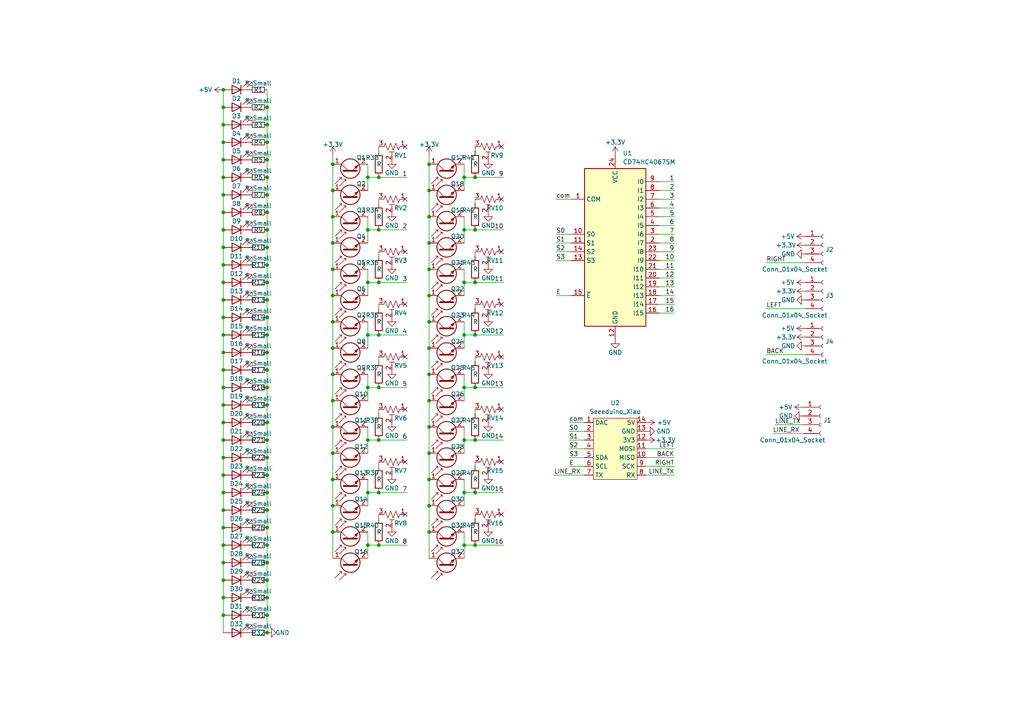
<source format=kicad_sch>
(kicad_sch (version 20230121) (generator eeschema)
  (paper "A4")
  (junction (at 137.795 51.435))
  (junction (at 77.47 112.395))
  (junction (at 77.47 153.035))
  (junction (at 77.47 147.955))
  (junction (at 64.77 46.355))
  (junction (at 77.47 117.475))
  (junction (at 64.77 142.875))
  (junction (at 137.795 127.635))
  (junction (at 106.68 51.435))
  (junction (at 124.46 93.345))
  (junction (at 134.62 51.435))
  (junction (at 64.77 36.195))
  (junction (at 106.68 142.875))
  (junction (at 96.52 146.685))
  (junction (at 124.46 70.485))
  (junction (at 134.62 81.915))
  (junction (at 124.46 123.825))
  (junction (at 77.47 36.195))
  (junction (at 96.52 131.445))
  (junction (at 77.47 31.115))
  (junction (at 124.46 146.685))
  (junction (at 134.62 97.155))
  (junction (at 64.77 86.995))
  (junction (at 96.52 139.065))
  (junction (at 96.52 85.725))
  (junction (at 77.47 46.355))
  (junction (at 64.77 168.275))
  (junction (at 64.77 122.555))
  (junction (at 77.47 71.755))
  (junction (at 64.77 153.035))
  (junction (at 77.47 183.515))
  (junction (at 134.62 158.115))
  (junction (at 96.52 154.305))
  (junction (at 77.47 173.355))
  (junction (at 77.47 102.235))
  (junction (at 77.47 97.155))
  (junction (at 106.68 81.915))
  (junction (at 134.62 127.635))
  (junction (at 124.46 139.065))
  (junction (at 124.46 78.105))
  (junction (at 64.77 41.275))
  (junction (at 124.46 62.865))
  (junction (at 77.47 137.795))
  (junction (at 106.68 66.675))
  (junction (at 77.47 86.995))
  (junction (at 77.47 92.075))
  (junction (at 134.62 66.675))
  (junction (at 77.47 168.275))
  (junction (at 64.77 178.435))
  (junction (at 64.77 81.915))
  (junction (at 77.47 107.315))
  (junction (at 64.77 61.595))
  (junction (at 124.46 108.585))
  (junction (at 137.795 158.115))
  (junction (at 109.855 112.395))
  (junction (at 96.52 116.205))
  (junction (at 96.52 78.105))
  (junction (at 77.47 81.915))
  (junction (at 77.47 163.195))
  (junction (at 124.46 100.965))
  (junction (at 106.68 127.635))
  (junction (at 137.795 97.155))
  (junction (at 106.68 97.155))
  (junction (at 64.77 147.955))
  (junction (at 96.52 70.485))
  (junction (at 77.47 127.635))
  (junction (at 109.855 158.115))
  (junction (at 77.47 66.675))
  (junction (at 77.47 132.715))
  (junction (at 134.62 142.875))
  (junction (at 124.46 47.625))
  (junction (at 96.52 47.625))
  (junction (at 134.62 112.395))
  (junction (at 64.77 76.835))
  (junction (at 64.77 31.115))
  (junction (at 77.47 142.875))
  (junction (at 124.46 154.305))
  (junction (at 137.795 66.675))
  (junction (at 96.52 108.585))
  (junction (at 77.47 178.435))
  (junction (at 64.77 137.795))
  (junction (at 64.77 107.315))
  (junction (at 106.68 158.115))
  (junction (at 96.52 100.965))
  (junction (at 137.795 142.875))
  (junction (at 124.46 55.245))
  (junction (at 64.77 71.755))
  (junction (at 124.46 116.205))
  (junction (at 64.77 132.715))
  (junction (at 124.46 85.725))
  (junction (at 124.46 131.445))
  (junction (at 109.855 66.675))
  (junction (at 64.77 51.435))
  (junction (at 96.52 62.865))
  (junction (at 77.47 158.115))
  (junction (at 106.68 112.395))
  (junction (at 64.77 92.075))
  (junction (at 64.77 97.155))
  (junction (at 77.47 76.835))
  (junction (at 77.47 122.555))
  (junction (at 64.77 127.635))
  (junction (at 109.855 142.875))
  (junction (at 137.795 81.915))
  (junction (at 137.795 112.395))
  (junction (at 96.52 55.245))
  (junction (at 77.47 51.435))
  (junction (at 64.77 102.235))
  (junction (at 64.77 173.355))
  (junction (at 64.77 163.195))
  (junction (at 64.77 117.475))
  (junction (at 109.855 97.155))
  (junction (at 64.77 56.515))
  (junction (at 77.47 41.275))
  (junction (at 77.47 61.595))
  (junction (at 77.47 56.515))
  (junction (at 64.77 66.675))
  (junction (at 64.77 112.395))
  (junction (at 64.77 26.035))
  (junction (at 109.855 127.635))
  (junction (at 64.77 158.115))
  (junction (at 96.52 93.345))
  (junction (at 96.52 123.825))
  (junction (at 109.855 81.915))
  (junction (at 109.855 51.435))
  (no_connect (at 145.415 103.505))
  (no_connect (at 117.475 118.745))
  (no_connect (at 145.415 133.985))
  (no_connect (at 117.475 133.985))
  (no_connect (at 145.415 57.785))
  (no_connect (at 145.415 118.745))
  (no_connect (at 145.415 149.225))
  (no_connect (at 117.475 149.225))
  (no_connect (at 145.415 42.545))
  (no_connect (at 145.415 88.265))
  (no_connect (at 117.475 88.265))
  (no_connect (at 117.475 73.025))
  (no_connect (at 117.475 103.505))
  (no_connect (at 117.475 42.545))
  (no_connect (at 145.415 73.025))
  (no_connect (at 117.475 57.785))
  (wire (pts (xy 124.46 123.825) (xy 124.46 131.445)))
  (wire (pts (xy 106.68 154.305) (xy 106.68 158.115)))
  (wire (pts (xy 195.58 137.795) (xy 187.325 137.795)))
  (wire (pts (xy 96.52 154.305) (xy 96.52 161.925)))
  (wire (pts (xy 64.77 178.435) (xy 64.77 183.515)))
  (wire (pts (xy 64.77 41.275) (xy 64.77 46.355)))
  (wire (pts (xy 109.855 112.395) (xy 118.11 112.395)))
  (wire (pts (xy 109.855 66.675) (xy 118.11 66.675)))
  (wire (pts (xy 161.29 67.945) (xy 165.735 67.945)))
  (wire (pts (xy 134.62 51.435) (xy 137.795 51.435)))
  (wire (pts (xy 137.795 88.265) (xy 137.795 89.535)))
  (wire (pts (xy 222.25 76.2) (xy 233.68 76.2)))
  (wire (pts (xy 96.52 139.065) (xy 96.52 146.685)))
  (wire (pts (xy 77.47 81.915) (xy 77.47 86.995)))
  (wire (pts (xy 124.46 154.305) (xy 124.46 161.925)))
  (wire (pts (xy 165.1 125.095) (xy 169.545 125.095)))
  (wire (pts (xy 106.68 139.065) (xy 106.68 142.875)))
  (wire (pts (xy 195.58 70.485) (xy 191.135 70.485)))
  (wire (pts (xy 124.46 85.725) (xy 124.46 93.345)))
  (wire (pts (xy 124.46 108.585) (xy 124.46 116.205)))
  (wire (pts (xy 77.47 127.635) (xy 77.47 132.715)))
  (wire (pts (xy 77.47 61.595) (xy 77.47 66.675)))
  (wire (pts (xy 109.855 88.265) (xy 109.855 89.535)))
  (wire (pts (xy 137.795 97.155) (xy 146.05 97.155)))
  (wire (pts (xy 96.52 62.865) (xy 96.52 70.485)))
  (wire (pts (xy 77.47 31.115) (xy 77.47 36.195)))
  (wire (pts (xy 137.795 127.635) (xy 146.05 127.635)))
  (wire (pts (xy 77.47 51.435) (xy 77.47 56.515)))
  (wire (pts (xy 64.77 147.955) (xy 64.77 153.035)))
  (wire (pts (xy 137.795 81.915) (xy 146.05 81.915)))
  (wire (pts (xy 106.68 47.625) (xy 106.68 51.435)))
  (wire (pts (xy 77.47 26.035) (xy 77.47 31.115)))
  (wire (pts (xy 77.47 122.555) (xy 77.47 127.635)))
  (wire (pts (xy 137.795 57.785) (xy 137.795 59.055)))
  (wire (pts (xy 106.68 158.115) (xy 109.855 158.115)))
  (wire (pts (xy 124.46 62.865) (xy 124.46 70.485)))
  (wire (pts (xy 106.68 51.435) (xy 109.855 51.435)))
  (wire (pts (xy 77.47 178.435) (xy 77.47 183.515)))
  (wire (pts (xy 106.68 51.435) (xy 106.68 55.245)))
  (wire (pts (xy 106.68 97.155) (xy 109.855 97.155)))
  (wire (pts (xy 96.52 131.445) (xy 96.52 139.065)))
  (wire (pts (xy 96.52 55.245) (xy 96.52 62.865)))
  (wire (pts (xy 160.655 137.795) (xy 169.545 137.795)))
  (wire (pts (xy 64.77 107.315) (xy 64.77 112.395)))
  (wire (pts (xy 64.77 102.235) (xy 64.77 107.315)))
  (wire (pts (xy 165.1 132.715) (xy 169.545 132.715)))
  (wire (pts (xy 109.855 149.225) (xy 109.855 150.495)))
  (wire (pts (xy 137.795 112.395) (xy 146.05 112.395)))
  (wire (pts (xy 134.62 108.585) (xy 134.62 112.395)))
  (wire (pts (xy 137.795 118.745) (xy 137.795 120.015)))
  (wire (pts (xy 106.68 62.865) (xy 106.68 66.675)))
  (wire (pts (xy 224.155 125.73) (xy 233.045 125.73)))
  (wire (pts (xy 96.52 47.625) (xy 96.52 55.245)))
  (wire (pts (xy 134.62 66.675) (xy 134.62 70.485)))
  (wire (pts (xy 109.855 57.785) (xy 109.855 59.055)))
  (wire (pts (xy 161.29 57.785) (xy 165.735 57.785)))
  (wire (pts (xy 137.795 66.675) (xy 146.05 66.675)))
  (wire (pts (xy 124.46 47.625) (xy 124.46 55.245)))
  (wire (pts (xy 106.68 112.395) (xy 106.68 116.205)))
  (wire (pts (xy 124.46 93.345) (xy 124.46 100.965)))
  (wire (pts (xy 77.47 66.675) (xy 77.47 71.755)))
  (wire (pts (xy 137.795 73.025) (xy 137.795 74.295)))
  (wire (pts (xy 134.62 127.635) (xy 137.795 127.635)))
  (wire (pts (xy 96.52 70.485) (xy 96.52 78.105)))
  (wire (pts (xy 106.68 93.345) (xy 106.68 97.155)))
  (wire (pts (xy 134.62 158.115) (xy 137.795 158.115)))
  (wire (pts (xy 96.52 146.685) (xy 96.52 154.305)))
  (wire (pts (xy 106.68 66.675) (xy 109.855 66.675)))
  (wire (pts (xy 134.62 112.395) (xy 137.795 112.395)))
  (wire (pts (xy 124.46 78.105) (xy 124.46 85.725)))
  (wire (pts (xy 77.47 107.315) (xy 77.47 112.395)))
  (wire (pts (xy 109.855 42.545) (xy 109.855 43.815)))
  (wire (pts (xy 109.855 158.115) (xy 118.11 158.115)))
  (wire (pts (xy 195.58 62.865) (xy 191.135 62.865)))
  (wire (pts (xy 64.77 158.115) (xy 64.77 163.195)))
  (wire (pts (xy 195.58 83.185) (xy 191.135 83.185)))
  (wire (pts (xy 134.62 123.825) (xy 134.62 127.635)))
  (wire (pts (xy 109.855 97.155) (xy 118.11 97.155)))
  (wire (pts (xy 64.77 71.755) (xy 64.77 76.835)))
  (wire (pts (xy 137.795 158.115) (xy 146.05 158.115)))
  (wire (pts (xy 195.58 67.945) (xy 191.135 67.945)))
  (wire (pts (xy 77.47 158.115) (xy 77.47 163.195)))
  (wire (pts (xy 161.29 75.565) (xy 165.735 75.565)))
  (wire (pts (xy 195.58 55.245) (xy 191.135 55.245)))
  (wire (pts (xy 195.58 60.325) (xy 191.135 60.325)))
  (wire (pts (xy 64.77 51.435) (xy 64.77 56.515)))
  (wire (pts (xy 106.68 123.825) (xy 106.68 127.635)))
  (wire (pts (xy 96.52 85.725) (xy 96.52 93.345)))
  (wire (pts (xy 77.47 112.395) (xy 77.47 117.475)))
  (wire (pts (xy 165.1 130.175) (xy 169.545 130.175)))
  (wire (pts (xy 137.795 42.545) (xy 137.795 43.815)))
  (wire (pts (xy 161.29 85.725) (xy 165.735 85.725)))
  (wire (pts (xy 134.62 93.345) (xy 134.62 97.155)))
  (wire (pts (xy 64.77 86.995) (xy 64.77 92.075)))
  (wire (pts (xy 134.62 51.435) (xy 134.62 55.245)))
  (wire (pts (xy 134.62 47.625) (xy 134.62 51.435)))
  (wire (pts (xy 134.62 97.155) (xy 137.795 97.155)))
  (wire (pts (xy 109.855 127.635) (xy 118.11 127.635)))
  (wire (pts (xy 109.855 51.435) (xy 118.11 51.435)))
  (wire (pts (xy 137.795 51.435) (xy 146.05 51.435)))
  (wire (pts (xy 96.52 100.965) (xy 96.52 108.585)))
  (wire (pts (xy 64.77 117.475) (xy 64.77 122.555)))
  (wire (pts (xy 106.68 81.915) (xy 109.855 81.915)))
  (wire (pts (xy 64.77 66.675) (xy 64.77 71.755)))
  (wire (pts (xy 134.62 66.675) (xy 137.795 66.675)))
  (wire (pts (xy 134.62 62.865) (xy 134.62 66.675)))
  (wire (pts (xy 77.47 102.235) (xy 77.47 107.315)))
  (wire (pts (xy 77.47 137.795) (xy 77.47 142.875)))
  (wire (pts (xy 77.47 97.155) (xy 77.47 102.235)))
  (wire (pts (xy 64.77 163.195) (xy 64.77 168.275)))
  (wire (pts (xy 64.77 168.275) (xy 64.77 173.355)))
  (wire (pts (xy 124.46 146.685) (xy 124.46 154.305)))
  (wire (pts (xy 134.62 154.305) (xy 134.62 158.115)))
  (wire (pts (xy 137.795 142.875) (xy 146.05 142.875)))
  (wire (pts (xy 109.855 103.505) (xy 109.855 104.775)))
  (wire (pts (xy 195.58 78.105) (xy 191.135 78.105)))
  (wire (pts (xy 77.47 147.955) (xy 77.47 153.035)))
  (wire (pts (xy 134.62 142.875) (xy 137.795 142.875)))
  (wire (pts (xy 134.62 81.915) (xy 134.62 85.725)))
  (wire (pts (xy 77.47 76.835) (xy 77.47 81.915)))
  (wire (pts (xy 64.77 153.035) (xy 64.77 158.115)))
  (wire (pts (xy 64.77 127.635) (xy 64.77 132.715)))
  (wire (pts (xy 77.47 36.195) (xy 77.47 41.275)))
  (wire (pts (xy 106.68 112.395) (xy 109.855 112.395)))
  (wire (pts (xy 77.47 86.995) (xy 77.47 92.075)))
  (wire (pts (xy 106.68 81.915) (xy 106.68 85.725)))
  (wire (pts (xy 106.68 78.105) (xy 106.68 81.915)))
  (wire (pts (xy 77.47 153.035) (xy 77.47 158.115)))
  (wire (pts (xy 137.795 103.505) (xy 137.795 104.775)))
  (wire (pts (xy 195.58 80.645) (xy 191.135 80.645)))
  (wire (pts (xy 64.77 36.195) (xy 64.77 41.275)))
  (wire (pts (xy 124.46 45.085) (xy 124.46 47.625)))
  (wire (pts (xy 77.47 92.075) (xy 77.47 97.155)))
  (wire (pts (xy 96.52 108.585) (xy 96.52 116.205)))
  (wire (pts (xy 106.68 66.675) (xy 106.68 70.485)))
  (wire (pts (xy 195.58 90.805) (xy 191.135 90.805)))
  (wire (pts (xy 134.62 142.875) (xy 134.62 146.685)))
  (wire (pts (xy 124.46 131.445) (xy 124.46 139.065)))
  (wire (pts (xy 124.46 55.245) (xy 124.46 62.865)))
  (wire (pts (xy 64.77 92.075) (xy 64.77 97.155)))
  (wire (pts (xy 134.62 112.395) (xy 134.62 116.205)))
  (wire (pts (xy 195.58 57.785) (xy 191.135 57.785)))
  (wire (pts (xy 77.47 56.515) (xy 77.47 61.595)))
  (wire (pts (xy 64.77 142.875) (xy 64.77 147.955)))
  (wire (pts (xy 64.77 56.515) (xy 64.77 61.595)))
  (wire (pts (xy 77.47 117.475) (xy 77.47 122.555)))
  (wire (pts (xy 165.1 135.255) (xy 169.545 135.255)))
  (wire (pts (xy 77.47 132.715) (xy 77.47 137.795)))
  (wire (pts (xy 195.58 65.405) (xy 191.135 65.405)))
  (wire (pts (xy 64.77 46.355) (xy 64.77 51.435)))
  (wire (pts (xy 124.46 116.205) (xy 124.46 123.825)))
  (wire (pts (xy 195.58 85.725) (xy 191.135 85.725)))
  (wire (pts (xy 96.52 93.345) (xy 96.52 100.965)))
  (wire (pts (xy 137.795 149.225) (xy 137.795 150.495)))
  (wire (pts (xy 165.1 122.555) (xy 169.545 122.555)))
  (wire (pts (xy 106.68 142.875) (xy 109.855 142.875)))
  (wire (pts (xy 124.46 139.065) (xy 124.46 146.685)))
  (wire (pts (xy 137.795 133.985) (xy 137.795 135.255)))
  (wire (pts (xy 134.62 78.105) (xy 134.62 81.915)))
  (wire (pts (xy 195.58 88.265) (xy 191.135 88.265)))
  (wire (pts (xy 96.52 123.825) (xy 96.52 131.445)))
  (wire (pts (xy 195.58 73.025) (xy 191.135 73.025)))
  (wire (pts (xy 124.46 70.485) (xy 124.46 78.105)))
  (wire (pts (xy 96.52 45.085) (xy 96.52 47.625)))
  (wire (pts (xy 77.47 41.275) (xy 77.47 46.355)))
  (wire (pts (xy 77.47 142.875) (xy 77.47 147.955)))
  (wire (pts (xy 64.77 97.155) (xy 64.77 102.235)))
  (wire (pts (xy 134.62 158.115) (xy 134.62 161.925)))
  (wire (pts (xy 109.855 142.875) (xy 118.11 142.875)))
  (wire (pts (xy 195.58 135.255) (xy 187.325 135.255)))
  (wire (pts (xy 77.47 168.275) (xy 77.47 173.355)))
  (wire (pts (xy 77.47 46.355) (xy 77.47 51.435)))
  (wire (pts (xy 64.77 137.795) (xy 64.77 142.875)))
  (wire (pts (xy 106.68 142.875) (xy 106.68 146.685)))
  (wire (pts (xy 106.68 97.155) (xy 106.68 100.965)))
  (wire (pts (xy 64.77 112.395) (xy 64.77 117.475)))
  (wire (pts (xy 222.25 102.87) (xy 233.68 102.87)))
  (wire (pts (xy 109.855 118.745) (xy 109.855 120.015)))
  (wire (pts (xy 109.855 73.025) (xy 109.855 74.295)))
  (wire (pts (xy 64.77 132.715) (xy 64.77 137.795)))
  (wire (pts (xy 96.52 78.105) (xy 96.52 85.725)))
  (wire (pts (xy 161.29 70.485) (xy 165.735 70.485)))
  (wire (pts (xy 134.62 81.915) (xy 137.795 81.915)))
  (wire (pts (xy 224.79 123.19) (xy 233.045 123.19)))
  (wire (pts (xy 161.29 73.025) (xy 165.735 73.025)))
  (wire (pts (xy 77.47 163.195) (xy 77.47 168.275)))
  (wire (pts (xy 64.77 61.595) (xy 64.77 66.675)))
  (wire (pts (xy 222.25 89.535) (xy 233.68 89.535)))
  (wire (pts (xy 109.855 133.985) (xy 109.855 135.255)))
  (wire (pts (xy 106.68 127.635) (xy 109.855 127.635)))
  (wire (pts (xy 195.58 52.705) (xy 191.135 52.705)))
  (wire (pts (xy 77.47 71.755) (xy 77.47 76.835)))
  (wire (pts (xy 77.47 173.355) (xy 77.47 178.435)))
  (wire (pts (xy 106.68 108.585) (xy 106.68 112.395)))
  (wire (pts (xy 134.62 139.065) (xy 134.62 142.875)))
  (wire (pts (xy 64.77 31.115) (xy 64.77 36.195)))
  (wire (pts (xy 124.46 100.965) (xy 124.46 108.585)))
  (wire (pts (xy 64.77 76.835) (xy 64.77 81.915)))
  (wire (pts (xy 195.58 130.175) (xy 187.325 130.175)))
  (wire (pts (xy 195.58 75.565) (xy 191.135 75.565)))
  (wire (pts (xy 134.62 127.635) (xy 134.62 131.445)))
  (wire (pts (xy 64.77 26.035) (xy 64.77 31.115)))
  (wire (pts (xy 64.77 122.555) (xy 64.77 127.635)))
  (wire (pts (xy 165.1 127.635) (xy 169.545 127.635)))
  (wire (pts (xy 106.68 158.115) (xy 106.68 161.925)))
  (wire (pts (xy 96.52 116.205) (xy 96.52 123.825)))
  (wire (pts (xy 64.77 173.355) (xy 64.77 178.435)))
  (wire (pts (xy 106.68 127.635) (xy 106.68 131.445)))
  (wire (pts (xy 64.77 81.915) (xy 64.77 86.995)))
  (wire (pts (xy 134.62 97.155) (xy 134.62 100.965)))
  (wire (pts (xy 195.58 132.715) (xy 187.325 132.715)))
  (wire (pts (xy 109.855 81.915) (xy 118.11 81.915)))
  (label "14" (at 195.58 85.725 180))
  (label "11" (at 146.05 81.915 180))
  (label "S3" (at 165.1 132.715 0))
  (label "16" (at 195.58 90.805 180))
  (label "6" (at 118.11 127.635 180))
  (label "S0" (at 161.29 67.945 0))
  (label "2" (at 195.58 55.245 180))
  (label "6" (at 195.58 65.405 180))
  (label "10" (at 195.58 75.565 180))
  (label "15" (at 146.05 142.875 180))
  (label "11" (at 195.58 78.105 180))
  (label "S1" (at 165.1 127.635 0))
  (label "S3" (at 161.29 75.565 0))
  (label "com" (at 161.29 57.785 0))
  (label "E" (at 165.1 135.255 0))
  (label "12" (at 146.05 97.155 180))
  (label "9" (at 146.05 51.435 180))
  (label "3" (at 195.58 57.785 180))
  (label "7" (at 195.58 67.945 180))
  (label "S2" (at 165.1 130.175 0))
  (label "1" (at 195.58 52.705 180))
  (label "com" (at 165.1 122.555 0))
  (label "4" (at 195.58 60.325 180))
  (label "8" (at 118.11 158.115 180))
  (label "LINE_TX" (at 224.79 123.19 0))
  (label "S0" (at 165.1 125.095 0))
  (label "16" (at 146.05 158.115 180))
  (label "5" (at 118.11 112.395 180))
  (label "4" (at 118.11 97.155 180))
  (label "8" (at 195.58 70.485 180))
  (label "9" (at 195.58 73.025 180))
  (label "5" (at 195.58 62.865 180))
  (label "S2" (at 161.29 73.025 0))
  (label "13" (at 146.05 112.395 180))
  (label "LINE_RX" (at 224.155 125.73 0))
  (label "BACK" (at 222.25 102.87 0))
  (label "RIGHT" (at 195.58 135.255 180))
  (label "7" (at 118.11 142.875 180))
  (label "E" (at 161.29 85.725 0))
  (label "13" (at 195.58 83.185 180))
  (label "1" (at 118.11 51.435 180))
  (label "LINE_RX" (at 160.655 137.795 0))
  (label "RIGHT" (at 222.25 76.2 0))
  (label "12" (at 195.58 80.645 180))
  (label "3" (at 118.11 81.915 180))
  (label "LEFT" (at 222.25 89.535 0))
  (label "14" (at 146.05 127.635 180))
  (label "S1" (at 161.29 70.485 0))
  (label "LEFT" (at 195.58 130.175 180))
  (label "BACK" (at 195.58 132.715 180))
  (label "10" (at 146.05 66.675 180))
  (label "LINE_TX" (at 195.58 137.795 180))
  (label "15" (at 195.58 88.265 180))
  (label "2" (at 118.11 66.675 180))
  (symbol (lib_id "Device:R_Small") (at 74.93 81.915 90) (unit 1)
    (property "Reference" "R12" (at 74.93 81.915 90))
    (property "Value" "R_Small" (at 74.93 80.01 90))
    (property "LCSC" "C103780" (effects hide))
  )
  (symbol (lib_id "Device:R") (at 137.795 78.105 0) (unit 1)
    (property "Reference" "R43" (at 133.985 76.2 0) (effects (justify left)))
    (property "Value" "R" (at 137.16 78.105 0) (effects (justify left)))
    (property "LCSC" "C912493" (effects hide))
  )
  (symbol (lib_id "Device:R") (at 109.855 62.865 0) (unit 1)
    (property "Reference" "R34" (at 106.045 60.96 0) (effects (justify left)))
    (property "Value" "R" (at 109.22 62.865 0) (effects (justify left)))
    (property "LCSC" "C912493" (effects hide))
  )
  (symbol (lib_id "Connector:Conn_01x04_Socket") (at 238.125 120.65 0) (unit 1)
    (property "Reference" "J1" (at 238.76 121.92 0) (effects (justify left)))
    (property "Value" "Conn_01x04_Socket" (at 220.345 127.635 0) (effects (justify left)))
  )
  (symbol (lib_id "Device:LED") (at 68.58 102.235 180) (unit 1)
    (property "Reference" "D16" (at 68.58 99.695 0))
    (property "Value" "LED" (effects hide))
  )
  (symbol (lib_id "Device:R_Small") (at 74.93 137.795 90) (unit 1)
    (property "Reference" "R23" (at 74.93 137.795 90))
    (property "Value" "R_Small" (at 74.93 135.89 90))
    (property "LCSC" "C103780" (effects hide))
  )
  (symbol (lib_id "Device:R_Potentiometer_Trim_US") (at 141.605 149.225 270) (unit 1)
    (property "Reference" "RV16" (at 146.05 151.765 90) (effects (justify right)))
    (property "Value" "R_Potentiometer_Trim_US" (effects hide))
    (property "LCSC" "C719176" (effects hide))
  )
  (symbol (lib_id "Device:R_Small") (at 74.93 168.275 90) (unit 1)
    (property "Reference" "R29" (at 74.93 168.275 90))
    (property "Value" "R_Small" (at 74.93 166.37 90))
    (property "LCSC" "C103780" (effects hide))
  )
  (symbol (lib_id "Device:R_Small") (at 74.93 102.235 90) (unit 1)
    (property "Reference" "R16" (at 74.93 102.235 90))
    (property "Value" "R_Small" (at 74.93 100.33 90))
    (property "LCSC" "C103780" (effects hide))
  )
  (symbol (lib_id "Device:R_Potentiometer_Trim_US") (at 113.665 42.545 270) (unit 1)
    (property "Reference" "RV1" (at 118.11 45.085 90) (effects (justify right)))
    (property "Value" "R_Potentiometer_Trim_US" (effects hide))
    (property "LCSC" "C719176" (effects hide))
  )
  (symbol (lib_id "Device:R") (at 109.855 93.345 0) (unit 1)
    (property "Reference" "R36" (at 106.045 91.44 0) (effects (justify left)))
    (property "Value" "R" (at 109.22 93.345 0) (effects (justify left)))
    (property "LCSC" "C912493" (effects hide))
  )
  (symbol (lib_id "power:GND") (at 141.605 61.595 0) (unit 1)
    (property "Reference" "#PWR014" (effects hide))
    (property "Value" "GND" (at 141.605 65.405 0))
  )
  (symbol (lib_id "Device:LED") (at 68.58 56.515 180) (unit 1)
    (property "Reference" "D7" (at 68.58 53.975 0))
    (property "Value" "LED" (effects hide))
  )
  (symbol (lib_id "Device:Q_Photo_NPN") (at 101.6 103.505 90) (unit 1)
    (property "Reference" "Q8" (at 104.775 99.06 90))
    (property "Value" "Q_Photo_NPN" (effects hide))
  )
  (symbol (lib_id "Device:R_Potentiometer_Trim_US") (at 141.605 57.785 270) (unit 1)
    (property "Reference" "RV10" (at 146.05 60.325 90) (effects (justify right)))
    (property "Value" "R_Potentiometer_Trim_US" (effects hide))
    (property "LCSC" "C719176" (effects hide))
  )
  (symbol (lib_id "Device:LED") (at 68.58 66.675 180) (unit 1)
    (property "Reference" "D9" (at 68.58 64.135 0))
    (property "Value" "LED" (effects hide))
  )
  (symbol (lib_id "Device:Q_Photo_NPN") (at 129.54 118.745 90) (unit 1)
    (property "Reference" "Q26" (at 132.715 114.3 90))
    (property "Value" "Q_Photo_NPN" (effects hide))
  )
  (symbol (lib_id "Device:R_Small") (at 74.93 178.435 90) (unit 1)
    (property "Reference" "R31" (at 74.93 178.435 90))
    (property "Value" "R_Small" (at 74.93 176.53 90))
    (property "LCSC" "C103780" (effects hide))
  )
  (symbol (lib_id "Device:LED") (at 68.58 163.195 180) (unit 1)
    (property "Reference" "D28" (at 68.58 160.655 0))
    (property "Value" "LED" (effects hide))
  )
  (symbol (lib_id "Device:R_Small") (at 74.93 142.875 90) (unit 1)
    (property "Reference" "R24" (at 74.93 142.875 90))
    (property "Value" "R_Small" (at 74.93 140.97 90))
    (property "LCSC" "C103780" (effects hide))
  )
  (symbol (lib_id "Device:LED") (at 68.58 46.355 180) (unit 1)
    (property "Reference" "D5" (at 68.58 43.815 0))
    (property "Value" "LED" (effects hide))
  )
  (symbol (lib_id "Device:Q_Photo_NPN") (at 101.6 95.885 90) (unit 1)
    (property "Reference" "Q7" (at 104.775 91.44 90))
    (property "Value" "Q_Photo_NPN" (effects hide))
  )
  (symbol (lib_id "Device:Q_Photo_NPN") (at 101.6 149.225 90) (unit 1)
    (property "Reference" "Q14" (at 104.775 144.78 90))
    (property "Value" "Q_Photo_NPN" (effects hide))
  )
  (symbol (lib_id "Device:LED") (at 68.58 92.075 180) (unit 1)
    (property "Reference" "D14" (at 68.58 89.535 0))
    (property "Value" "LED" (effects hide))
  )
  (symbol (lib_id "power:GND") (at 113.665 61.595 0) (unit 1)
    (property "Reference" "#PWR05" (effects hide))
    (property "Value" "GND" (at 113.665 65.405 0))
  )
  (symbol (lib_id "Device:Q_Photo_NPN") (at 129.54 126.365 90) (unit 1)
    (property "Reference" "Q27" (at 132.715 121.92 90))
    (property "Value" "Q_Photo_NPN" (effects hide))
  )
  (symbol (lib_id "Device:R_Potentiometer_Trim_US") (at 113.665 133.985 270) (unit 1)
    (property "Reference" "RV7" (at 118.11 136.525 90) (effects (justify right)))
    (property "Value" "R_Potentiometer_Trim_US" (effects hide))
    (property "LCSC" "C719176" (effects hide))
  )
  (symbol (lib_id "Device:R_Small") (at 74.93 66.675 90) (unit 1)
    (property "Reference" "R9" (at 74.93 66.675 90))
    (property "Value" "R_Small" (at 74.93 64.77 90))
    (property "LCSC" "C103780" (effects hide))
  )
  (symbol (lib_id "Device:R_Potentiometer_Trim_US") (at 113.665 88.265 270) (unit 1)
    (property "Reference" "RV4" (at 118.11 90.805 90) (effects (justify right)))
    (property "Value" "R_Potentiometer_Trim_US" (effects hide))
    (property "LCSC" "C719176" (effects hide))
  )
  (symbol (lib_id "Device:R") (at 137.795 62.865 0) (unit 1)
    (property "Reference" "R42" (at 133.985 60.96 0) (effects (justify left)))
    (property "Value" "R" (at 137.16 62.865 0) (effects (justify left)))
    (property "LCSC" "C912493" (effects hide))
  )
  (symbol (lib_id "Device:Q_Photo_NPN") (at 101.6 126.365 90) (unit 1)
    (property "Reference" "Q11" (at 104.775 121.92 90))
    (property "Value" "Q_Photo_NPN" (effects hide))
  )
  (symbol (lib_id "Device:LED") (at 68.58 122.555 180) (unit 1)
    (property "Reference" "D20" (at 68.58 120.015 0))
    (property "Value" "LED" (effects hide))
  )
  (symbol (lib_id "Device:Q_Photo_NPN") (at 101.6 88.265 90) (unit 1)
    (property "Reference" "Q6" (at 104.775 83.82 90))
    (property "Value" "Q_Photo_NPN" (effects hide))
  )
  (symbol (lib_id "Device:LED") (at 68.58 31.115 180) (unit 1)
    (property "Reference" "D2" (at 68.58 28.575 0))
    (property "Value" "LED" (effects hide))
  )
  (symbol (lib_id "Device:LED") (at 68.58 51.435 180) (unit 1)
    (property "Reference" "D6" (at 68.58 48.895 0))
    (property "Value" "LED" (effects hide))
  )
  (symbol (lib_id "Device:LED") (at 68.58 107.315 180) (unit 1)
    (property "Reference" "D17" (at 68.58 104.775 0))
    (property "Value" "LED" (effects hide))
  )
  (symbol (lib_id "Device:LED") (at 68.58 112.395 180) (unit 1)
    (property "Reference" "D18" (at 68.58 109.855 0))
    (property "Value" "LED" (effects hide))
  )
  (symbol (lib_id "Device:Q_Photo_NPN") (at 129.54 95.885 90) (unit 1)
    (property "Reference" "Q23" (at 132.715 91.44 90))
    (property "Value" "Q_Photo_NPN" (effects hide))
  )
  (symbol (lib_id "power:GND") (at 187.325 125.095 90) (unit 1)
    (property "Reference" "#PWR024" (effects hide))
    (property "Value" "GND" (at 192.405 125.095 90))
  )
  (symbol (lib_id "power:+5V") (at 187.325 122.555 270) (unit 1)
    (property "Reference" "#PWR023" (effects hide))
    (property "Value" "+5V" (at 190.5 122.555 90) (effects (justify left)))
  )
  (symbol (lib_id "Device:LED") (at 68.58 97.155 180) (unit 1)
    (property "Reference" "D15" (at 68.58 94.615 0))
    (property "Value" "LED" (effects hide))
  )
  (symbol (lib_id "power:GND") (at 233.68 73.66 270) (unit 1)
    (property "Reference" "#PWR030" (effects hide))
    (property "Value" "GND" (at 228.6 73.66 90))
  )
  (symbol (lib_id "Device:R_Small") (at 74.93 31.115 90) (unit 1)
    (property "Reference" "R2" (at 74.93 31.115 90))
    (property "Value" "R_Small" (at 74.93 29.21 90))
    (property "LCSC" "C103780" (effects hide))
  )
  (symbol (lib_id "Device:Q_Photo_NPN") (at 129.54 80.645 90) (unit 1)
    (property "Reference" "Q21" (at 132.715 76.2 90))
    (property "Value" "Q_Photo_NPN" (effects hide))
  )
  (symbol (lib_id "power:GND") (at 141.605 122.555 0) (unit 1)
    (property "Reference" "#PWR018" (effects hide))
    (property "Value" "GND" (at 141.605 126.365 0))
  )
  (symbol (lib_id "74xx:CD74HC4067SM") (at 178.435 70.485 0) (unit 1)
    (property "Reference" "U1" (at 180.6291 44.45 0) (effects (justify left)))
    (property "Value" "CD74HC4067SM" (at 180.6291 46.99 0) (effects (justify left)))
    (property "Footprint" "Package_SO:SSOP-24_5.3x8.2mm_P0.65mm" (effects hide))
    (property "Datasheet" "http://www.ti.com/lit/ds/symlink/cd74hc4067.pdf" (effects hide))
  )
  (symbol (lib_id "power:GND") (at 141.605 107.315 0) (unit 1)
    (property "Reference" "#PWR017" (effects hide))
    (property "Value" "GND" (at 141.605 111.125 0))
  )
  (symbol (lib_id "Device:LED") (at 68.58 158.115 180) (unit 1)
    (property "Reference" "D27" (at 68.58 155.575 0))
    (property "Value" "LED" (effects hide))
  )
  (symbol (lib_id "Device:LED") (at 68.58 153.035 180) (unit 1)
    (property "Reference" "D26" (at 68.58 150.495 0))
    (property "Value" "LED" (effects hide))
  )
  (symbol (lib_id "Device:LED") (at 68.58 168.275 180) (unit 1)
    (property "Reference" "D29" (at 68.58 165.735 0))
    (property "Value" "LED" (effects hide))
  )
  (symbol (lib_id "Device:R_Small") (at 74.93 51.435 90) (unit 1)
    (property "Reference" "R6" (at 74.93 51.435 90))
    (property "Value" "R_Small" (at 74.93 49.53 90))
    (property "LCSC" "C103780" (effects hide))
  )
  (symbol (lib_id "Device:R_Small") (at 74.93 173.355 90) (unit 1)
    (property "Reference" "R30" (at 74.93 173.355 90))
    (property "Value" "R_Small" (at 74.93 171.45 90))
    (property "LCSC" "C103780" (effects hide))
  )
  (symbol (lib_id "Device:LED") (at 68.58 147.955 180) (unit 1)
    (property "Reference" "D25" (at 68.58 145.415 0))
    (property "Value" "LED" (effects hide))
  )
  (symbol (lib_id "Device:LED") (at 68.58 71.755 180) (unit 1)
    (property "Reference" "D10" (at 68.58 69.215 0))
    (property "Value" "LED" (effects hide))
  )
  (symbol (lib_id "Device:R_Potentiometer_Trim_US") (at 113.665 118.745 270) (unit 1)
    (property "Reference" "RV6" (at 118.11 121.285 90) (effects (justify right)))
    (property "Value" "R_Potentiometer_Trim_US" (effects hide))
    (property "LCSC" "C719176" (effects hide))
  )
  (symbol (lib_id "Device:R_Small") (at 74.93 122.555 90) (unit 1)
    (property "Reference" "R20" (at 74.93 122.555 90))
    (property "Value" "R_Small" (at 74.93 120.65 90))
    (property "LCSC" "C103780" (effects hide))
  )
  (symbol (lib_id "Device:R_Potentiometer_Trim_US") (at 141.605 42.545 270) (unit 1)
    (property "Reference" "RV9" (at 146.05 45.085 90) (effects (justify right)))
    (property "Value" "R_Potentiometer_Trim_US" (effects hide))
    (property "LCSC" "C719176" (effects hide))
  )
  (symbol (lib_id "Device:R_Small") (at 74.93 92.075 90) (unit 1)
    (property "Reference" "R14" (at 74.93 92.075 90))
    (property "Value" "R_Small" (at 74.93 90.17 90))
    (property "LCSC" "C103780" (effects hide))
  )
  (symbol (lib_id "Device:R_Small") (at 74.93 71.755 90) (unit 1)
    (property "Reference" "R10" (at 74.93 71.755 90))
    (property "Value" "R_Small" (at 74.93 69.85 90))
    (property "LCSC" "C103780" (effects hide))
  )
  (symbol (lib_id "Device:R_Potentiometer_Trim_US") (at 141.605 73.025 270) (unit 1)
    (property "Reference" "RV11" (at 146.05 75.565 90) (effects (justify right)))
    (property "Value" "R_Potentiometer_Trim_US" (effects hide))
    (property "LCSC" "C719176" (effects hide))
  )
  (symbol (lib_id "Device:R_Small") (at 74.93 26.035 90) (unit 1)
    (property "Reference" "R1" (at 74.93 26.035 90))
    (property "Value" "R_Small" (at 74.93 24.13 90))
    (property "LCSC" "C103780" (effects hide))
  )
  (symbol (lib_id "power:GND") (at 113.665 122.555 0) (unit 1)
    (property "Reference" "#PWR09" (effects hide))
    (property "Value" "GND" (at 113.665 126.365 0))
  )
  (symbol (lib_id "Device:LED") (at 68.58 26.035 180) (unit 1)
    (property "Reference" "D1" (at 68.58 23.495 0))
    (property "Value" "LED" (effects hide))
  )
  (symbol (lib_id "Connector:Conn_01x04_Socket") (at 238.76 84.455 0) (unit 1)
    (property "Reference" "J3" (at 239.395 85.725 0) (effects (justify left)))
    (property "Value" "Conn_01x04_Socket" (at 220.98 91.44 0) (effects (justify left)))
  )
  (symbol (lib_id "power:GND") (at 113.665 46.355 0) (unit 1)
    (property "Reference" "#PWR04" (effects hide))
    (property "Value" "GND" (at 113.665 50.165 0))
  )
  (symbol (lib_id "Device:R_Small") (at 74.93 158.115 90) (unit 1)
    (property "Reference" "R27" (at 74.93 158.115 90))
    (property "Value" "R_Small" (at 74.93 156.21 90))
    (property "LCSC" "C103780" (effects hide))
  )
  (symbol (lib_id "Device:LED") (at 68.58 41.275 180) (unit 1)
    (property "Reference" "D4" (at 68.58 38.735 0))
    (property "Value" "LED" (effects hide))
  )
  (symbol (lib_id "Device:Q_Photo_NPN") (at 129.54 50.165 90) (unit 1)
    (property "Reference" "Q17" (at 132.715 45.72 90))
    (property "Value" "Q_Photo_NPN" (effects hide))
  )
  (symbol (lib_id "Device:R_Potentiometer_Trim_US") (at 141.605 103.505 270) (unit 1)
    (property "Reference" "RV13" (at 146.05 106.045 90) (effects (justify right)))
    (property "Value" "R_Potentiometer_Trim_US" (effects hide))
    (property "LCSC" "C719176" (effects hide))
  )
  (symbol (lib_id "Device:Q_Photo_NPN") (at 129.54 57.785 90) (unit 1)
    (property "Reference" "Q18" (at 132.715 53.34 90))
    (property "Value" "Q_Photo_NPN" (effects hide))
  )
  (symbol (lib_id "Device:Q_Photo_NPN") (at 129.54 88.265 90) (unit 1)
    (property "Reference" "Q22" (at 132.715 83.82 90))
    (property "Value" "Q_Photo_NPN" (effects hide))
  )
  (symbol (lib_id "Device:R") (at 109.855 123.825 0) (unit 1)
    (property "Reference" "R38" (at 106.045 121.92 0) (effects (justify left)))
    (property "Value" "R" (at 109.22 123.825 0) (effects (justify left)))
    (property "LCSC" "C912493" (effects hide))
  )
  (symbol (lib_id "power:GND") (at 178.435 98.425 0) (unit 1)
    (property "Reference" "#PWR022" (effects hide))
    (property "Value" "GND" (at 178.435 102.235 0))
  )
  (symbol (lib_id "power:GND") (at 113.665 153.035 0) (unit 1)
    (property "Reference" "#PWR011" (effects hide))
    (property "Value" "GND" (at 113.665 156.845 0))
  )
  (symbol (lib_id "Device:R_Small") (at 74.93 41.275 90) (unit 1)
    (property "Reference" "R4" (at 74.93 41.275 90))
    (property "Value" "R_Small" (at 74.93 39.37 90))
    (property "LCSC" "C103780" (effects hide))
  )
  (symbol (lib_id "Device:LED") (at 68.58 173.355 180) (unit 1)
    (property "Reference" "D30" (at 68.58 170.815 0))
    (property "Value" "LED" (effects hide))
  )
  (symbol (lib_id "Device:R_Small") (at 74.93 36.195 90) (unit 1)
    (property "Reference" "R3" (at 74.93 36.195 90))
    (property "Value" "R_Small" (at 74.93 34.29 90))
    (property "LCSC" "C103780" (effects hide))
  )
  (symbol (lib_id "Device:Q_Photo_NPN") (at 129.54 73.025 90) (unit 1)
    (property "Reference" "Q20" (at 132.715 68.58 90))
    (property "Value" "Q_Photo_NPN" (effects hide))
  )
  (symbol (lib_id "power:GND") (at 77.47 183.515 90) (unit 1)
    (property "Reference" "#PWR02" (effects hide))
    (property "Value" "GND" (at 81.915 183.515 90))
  )
  (symbol (lib_id "Device:R_Potentiometer_Trim_US") (at 141.605 88.265 270) (unit 1)
    (property "Reference" "RV12" (at 146.05 90.805 90) (effects (justify right)))
    (property "Value" "R_Potentiometer_Trim_US" (effects hide))
    (property "LCSC" "C719176" (effects hide))
  )
  (symbol (lib_id "Device:R") (at 137.795 139.065 0) (unit 1)
    (property "Reference" "R47" (at 133.985 137.16 0) (effects (justify left)))
    (property "Value" "R" (at 137.16 139.065 0) (effects (justify left)))
    (property "LCSC" "C912493" (effects hide))
  )
  (symbol (lib_id "Device:Q_Photo_NPN") (at 101.6 57.785 90) (unit 1)
    (property "Reference" "Q2" (at 104.775 53.34 90))
    (property "Value" "Q_Photo_NPN" (effects hide))
  )
  (symbol (lib_id "Connector:Conn_01x04_Socket") (at 238.76 71.12 0) (unit 1)
    (property "Reference" "J2" (at 239.395 72.39 0) (effects (justify left)))
    (property "Value" "Conn_01x04_Socket" (at 220.98 78.105 0) (effects (justify left)))
  )
  (symbol (lib_id "Device:LED") (at 68.58 86.995 180) (unit 1)
    (property "Reference" "D13" (at 68.58 84.455 0))
    (property "Value" "LED" (effects hide))
  )
  (symbol (lib_id "Device:R") (at 137.795 93.345 0) (unit 1)
    (property "Reference" "R44" (at 133.985 91.44 0) (effects (justify left)))
    (property "Value" "R" (at 137.16 93.345 0) (effects (justify left)))
    (property "LCSC" "C912493" (effects hide))
  )
  (symbol (lib_id "Device:R") (at 137.795 123.825 0) (unit 1)
    (property "Reference" "R46" (at 133.985 121.92 0) (effects (justify left)))
    (property "Value" "R" (at 137.16 123.825 0) (effects (justify left)))
    (property "LCSC" "C912493" (effects hide))
  )
  (symbol (lib_id "Device:Q_Photo_NPN") (at 129.54 164.465 90) (unit 1)
    (property "Reference" "Q32" (at 132.715 160.02 90))
    (property "Value" "Q_Photo_NPN" (effects hide))
  )
  (symbol (lib_id "Device:Q_Photo_NPN") (at 101.6 133.985 90) (unit 1)
    (property "Reference" "Q12" (at 104.775 129.54 90))
    (property "Value" "Q_Photo_NPN" (effects hide))
  )
  (symbol (lib_id "Device:LED") (at 68.58 61.595 180) (unit 1)
    (property "Reference" "D8" (at 68.58 59.055 0))
    (property "Value" "LED" (effects hide))
  )
  (symbol (lib_id "Device:Q_Photo_NPN") (at 129.54 156.845 90) (unit 1)
    (property "Reference" "Q31" (at 132.715 152.4 90))
    (property "Value" "Q_Photo_NPN" (effects hide))
  )
  (symbol (lib_id "Device:LED") (at 68.58 117.475 180) (unit 1)
    (property "Reference" "D19" (at 68.58 114.935 0))
    (property "Value" "LED" (effects hide))
  )
  (symbol (lib_id "Device:R") (at 109.855 47.625 0) (unit 1)
    (property "Reference" "R33" (at 106.045 45.72 0) (effects (justify left)))
    (property "Value" "R" (at 109.22 47.625 0) (effects (justify left)))
    (property "LCSC" "C912493" (effects hide))
  )
  (symbol (lib_id "Device:R") (at 109.855 154.305 0) (unit 1)
    (property "Reference" "R40" (at 106.045 152.4 0) (effects (justify left)))
    (property "Value" "R" (at 109.22 154.305 0) (effects (justify left)))
    (property "LCSC" "C912493" (effects hide))
  )
  (symbol (lib_id "Device:R_Small") (at 74.93 112.395 90) (unit 1)
    (property "Reference" "R18" (at 74.93 112.395 90))
    (property "Value" "R_Small" (at 74.93 110.49 90))
    (property "LCSC" "C103780" (effects hide))
  )
  (symbol (lib_id "Device:Q_Photo_NPN") (at 101.6 80.645 90) (unit 1)
    (property "Reference" "Q5" (at 104.775 76.2 90))
    (property "Value" "Q_Photo_NPN" (effects hide))
  )
  (symbol (lib_id "power:GND") (at 141.605 92.075 0) (unit 1)
    (property "Reference" "#PWR016" (effects hide))
    (property "Value" "GND" (at 141.605 95.885 0))
  )
  (symbol (lib_id "Device:R") (at 137.795 154.305 0) (unit 1)
    (property "Reference" "R48" (at 133.985 152.4 0) (effects (justify left)))
    (property "Value" "R" (at 137.16 154.305 0) (effects (justify left)))
    (property "LCSC" "C912493" (effects hide))
  )
  (symbol (lib_id "Device:R_Small") (at 74.93 117.475 90) (unit 1)
    (property "Reference" "R19" (at 74.93 117.475 90))
    (property "Value" "R_Small" (at 74.93 115.57 90))
    (property "LCSC" "C103780" (effects hide))
  )
  (symbol (lib_id "Device:LED") (at 68.58 127.635 180) (unit 1)
    (property "Reference" "D21" (at 68.58 125.095 0))
    (property "Value" "LED" (effects hide))
  )
  (symbol (lib_id "Device:R_Potentiometer_Trim_US") (at 141.605 133.985 270) (unit 1)
    (property "Reference" "RV15" (at 146.05 136.525 90) (effects (justify right)))
    (property "Value" "R_Potentiometer_Trim_US" (effects hide))
    (property "LCSC" "C719176" (effects hide))
  )
  (symbol (lib_id "Device:LED") (at 68.58 132.715 180) (unit 1)
    (property "Reference" "D22" (at 68.58 130.175 0))
    (property "Value" "LED" (effects hide))
  )
  (symbol (lib_id "power:+3.3V") (at 187.325 127.635 270) (unit 1)
    (property "Reference" "#PWR025" (effects hide))
    (property "Value" "+3.3V" (at 193.04 127.635 90))
  )
  (symbol (lib_id "Device:R_Potentiometer_Trim_US") (at 113.665 73.025 270) (unit 1)
    (property "Reference" "RV3" (at 118.11 75.565 90) (effects (justify right)))
    (property "Value" "R_Potentiometer_Trim_US" (effects hide))
    (property "LCSC" "C719176" (effects hide))
  )
  (symbol (lib_id "seeeduino_xiao:Seeeduino_Xiao") (at 178.435 128.905 0) (unit 1)
    (property "Reference" "U2" (at 178.435 116.84 0))
    (property "Value" "Seeeduino_Xiao" (at 178.435 119.38 0))
  )
  (symbol (lib_id "Device:LED") (at 68.58 36.195 180) (unit 1)
    (property "Reference" "D3" (at 68.58 33.655 0))
    (property "Value" "LED" (effects hide))
  )
  (symbol (lib_id "Device:LED") (at 68.58 183.515 180) (unit 1)
    (property "Reference" "D32" (at 68.58 180.975 0))
    (property "Value" "LED" (effects hide))
  )
  (symbol (lib_id "Device:Q_Photo_NPN") (at 101.6 164.465 90) (unit 1)
    (property "Reference" "Q16" (at 104.775 160.02 90))
    (property "Value" "Q_Photo_NPN" (effects hide))
  )
  (symbol (lib_id "Device:Q_Photo_NPN") (at 129.54 65.405 90) (unit 1)
    (property "Reference" "Q19" (at 132.715 60.96 90))
    (property "Value" "Q_Photo_NPN" (effects hide))
  )
  (symbol (lib_id "Device:Q_Photo_NPN") (at 129.54 149.225 90) (unit 1)
    (property "Reference" "Q30" (at 132.715 144.78 90))
    (property "Value" "Q_Photo_NPN" (effects hide))
  )
  (symbol (lib_id "power:GND") (at 141.605 46.355 0) (unit 1)
    (property "Reference" "#PWR013" (effects hide))
    (property "Value" "GND" (at 141.605 50.165 0))
  )
  (symbol (lib_id "Device:R_Small") (at 74.93 163.195 90) (unit 1)
    (property "Reference" "R28" (at 74.93 163.195 90))
    (property "Value" "R_Small" (at 74.93 161.29 90))
    (property "LCSC" "C103780" (effects hide))
  )
  (symbol (lib_id "power:+5V") (at 233.68 68.58 90) (unit 1)
    (property "Reference" "#PWR028" (effects hide))
    (property "Value" "+5V" (at 230.505 68.58 90) (effects (justify left)))
  )
  (symbol (lib_id "Device:R_Small") (at 74.93 46.355 90) (unit 1)
    (property "Reference" "R5" (at 74.93 46.355 90))
    (property "Value" "R_Small" (at 74.93 44.45 90))
    (property "LCSC" "C103780" (effects hide))
  )
  (symbol (lib_id "power:GND") (at 233.68 100.33 270) (unit 1)
    (property "Reference" "#PWR036" (effects hide))
    (property "Value" "GND" (at 228.6 100.33 90))
  )
  (symbol (lib_id "Device:LED") (at 68.58 142.875 180) (unit 1)
    (property "Reference" "D24" (at 68.58 140.335 0))
    (property "Value" "LED" (effects hide))
  )
  (symbol (lib_id "Device:Q_Photo_NPN") (at 129.54 141.605 90) (unit 1)
    (property "Reference" "Q29" (at 132.715 137.16 90))
    (property "Value" "Q_Photo_NPN" (effects hide))
  )
  (symbol (lib_id "Device:LED") (at 68.58 178.435 180) (unit 1)
    (property "Reference" "D31" (at 68.58 175.895 0))
    (property "Value" "LED" (effects hide))
  )
  (symbol (lib_id "Device:Q_Photo_NPN") (at 129.54 103.505 90) (unit 1)
    (property "Reference" "Q24" (at 132.715 99.06 90))
    (property "Value" "Q_Photo_NPN" (effects hide))
  )
  (symbol (lib_id "Device:Q_Photo_NPN") (at 101.6 73.025 90) (unit 1)
    (property "Reference" "Q4" (at 104.775 68.58 90))
    (property "Value" "Q_Photo_NPN" (effects hide))
  )
  (symbol (lib_id "Device:R") (at 137.795 108.585 0) (unit 1)
    (property "Reference" "R45" (at 133.985 106.68 0) (effects (justify left)))
    (property "Value" "R" (at 137.16 108.585 0) (effects (justify left)))
    (property "LCSC" "C912493" (effects hide))
  )
  (symbol (lib_id "power:+5V") (at 233.045 118.11 90) (unit 1)
    (property "Reference" "#PWR026" (effects hide))
    (property "Value" "+5V" (at 229.87 118.11 90) (effects (justify left)))
  )
  (symbol (lib_id "Device:R_Small") (at 74.93 76.835 90) (unit 1)
    (property "Reference" "R11" (at 74.93 76.835 90))
    (property "Value" "R_Small" (at 74.93 74.93 90))
    (property "LCSC" "C103780" (effects hide))
  )
  (symbol (lib_id "power:GND") (at 233.68 86.995 270) (unit 1)
    (property "Reference" "#PWR033" (effects hide))
    (property "Value" "GND" (at 228.6 86.995 90))
  )
  (symbol (lib_id "Device:R_Small") (at 74.93 127.635 90) (unit 1)
    (property "Reference" "R21" (at 74.93 127.635 90))
    (property "Value" "R_Small" (at 74.93 125.73 90))
    (property "LCSC" "C103780" (effects hide))
  )
  (symbol (lib_id "Device:Q_Photo_NPN") (at 101.6 50.165 90) (unit 1)
    (property "Reference" "Q1" (at 104.775 45.72 90))
    (property "Value" "Q_Photo_NPN" (effects hide))
  )
  (symbol (lib_id "Connector:Conn_01x04_Socket") (at 238.76 97.79 0) (unit 1)
    (property "Reference" "J4" (at 239.395 99.06 0) (effects (justify left)))
    (property "Value" "Conn_01x04_Socket" (at 220.98 104.775 0) (effects (justify left)))
  )
  (symbol (lib_id "power:+3.3V") (at 96.52 45.085 0) (unit 1)
    (property "Reference" "#PWR03" (effects hide))
    (property "Value" "+3.3V" (at 96.52 41.91 0))
  )
  (symbol (lib_id "power:+3.3V") (at 233.68 97.79 90) (unit 1)
    (property "Reference" "#PWR035" (effects hide))
    (property "Value" "+3.3V" (at 227.965 97.79 90))
  )
  (symbol (lib_id "Device:R_Small") (at 74.93 97.155 90) (unit 1)
    (property "Reference" "R15" (at 74.93 97.155 90))
    (property "Value" "R_Small" (at 74.93 95.25 90))
    (property "LCSC" "C103780" (effects hide))
  )
  (symbol (lib_id "Device:R") (at 109.855 108.585 0) (unit 1)
    (property "Reference" "R37" (at 106.045 106.68 0) (effects (justify left)))
    (property "Value" "R" (at 109.22 108.585 0) (effects (justify left)))
    (property "LCSC" "C912493" (effects hide))
  )
  (symbol (lib_id "Device:Q_Photo_NPN") (at 129.54 133.985 90) (unit 1)
    (property "Reference" "Q28" (at 132.715 129.54 90))
    (property "Value" "Q_Photo_NPN" (effects hide))
  )
  (symbol (lib_id "Device:LED") (at 68.58 81.915 180) (unit 1)
    (property "Reference" "D12" (at 68.58 79.375 0))
    (property "Value" "LED" (effects hide))
  )
  (symbol (lib_id "Device:Q_Photo_NPN") (at 129.54 111.125 90) (unit 1)
    (property "Reference" "Q25" (at 132.715 106.68 90))
    (property "Value" "Q_Photo_NPN" (effects hide))
  )
  (symbol (lib_id "Device:LED") (at 68.58 137.795 180) (unit 1)
    (property "Reference" "D23" (at 68.58 135.255 0))
    (property "Value" "LED" (effects hide))
  )
  (symbol (lib_id "power:+3.3V") (at 233.68 84.455 90) (unit 1)
    (property "Reference" "#PWR032" (effects hide))
    (property "Value" "+3.3V" (at 227.965 84.455 90))
  )
  (symbol (lib_id "power:GND") (at 113.665 107.315 0) (unit 1)
    (property "Reference" "#PWR08" (effects hide))
    (property "Value" "GND" (at 113.665 111.125 0))
  )
  (symbol (lib_id "Device:Q_Photo_NPN") (at 101.6 111.125 90) (unit 1)
    (property "Reference" "Q9" (at 104.775 106.68 90))
    (property "Value" "Q_Photo_NPN" (effects hide))
  )
  (symbol (lib_id "Device:R_Small") (at 74.93 183.515 90) (unit 1)
    (property "Reference" "R32" (at 74.93 183.515 90))
    (property "Value" "R_Small" (at 74.93 181.61 90))
    (property "LCSC" "C103780" (effects hide))
  )
  (symbol (lib_id "Device:R") (at 109.855 139.065 0) (unit 1)
    (property "Reference" "R39" (at 106.045 137.16 0) (effects (justify left)))
    (property "Value" "R" (at 109.22 139.065 0) (effects (justify left)))
    (property "LCSC" "C912493" (effects hide))
  )
  (symbol (lib_id "power:GND") (at 141.605 76.835 0) (unit 1)
    (property "Reference" "#PWR015" (effects hide))
    (property "Value" "GND" (at 141.605 80.645 0))
  )
  (symbol (lib_id "power:+5V") (at 233.68 81.915 90) (unit 1)
    (property "Reference" "#PWR031" (effects hide))
    (property "Value" "+5V" (at 230.505 81.915 90) (effects (justify left)))
  )
  (symbol (lib_id "Device:R_Potentiometer_Trim_US") (at 141.605 118.745 270) (unit 1)
    (property "Reference" "RV14" (at 146.05 121.285 90) (effects (justify right)))
    (property "Value" "R_Potentiometer_Trim_US" (effects hide))
    (property "LCSC" "C719176" (effects hide))
  )
  (symbol (lib_id "Device:R_Small") (at 74.93 56.515 90) (unit 1)
    (property "Reference" "R7" (at 74.93 56.515 90))
    (property "Value" "R_Small" (at 74.93 54.61 90))
    (property "LCSC" "C103780" (effects hide))
  )
  (symbol (lib_id "Device:LED") (at 68.58 76.835 180) (unit 1)
    (property "Reference" "D11" (at 68.58 74.295 0))
    (property "Value" "LED" (effects hide))
  )
  (symbol (lib_id "Device:R_Potentiometer_Trim_US") (at 113.665 57.785 270) (unit 1)
    (property "Reference" "RV2" (at 118.11 60.325 90) (effects (justify right)))
    (property "Value" "R_Potentiometer_Trim_US" (effects hide))
    (property "LCSC" "C719176" (effects hide))
  )
  (symbol (lib_id "Device:R_Potentiometer_Trim_US") (at 113.665 149.225 270) (unit 1)
    (property "Reference" "RV8" (at 118.11 151.765 90) (effects (justify right)))
    (property "Value" "R_Potentiometer_Trim_US" (effects hide))
    (property "LCSC" "C719176" (effects hide))
  )
  (symbol (lib_id "power:+3.3V") (at 178.435 45.085 0) (unit 1)
    (property "Reference" "#PWR021" (effects hide))
    (property "Value" "+3.3V" (at 178.435 41.275 0))
  )
  (symbol (lib_id "power:GND") (at 233.045 120.65 270) (unit 1)
    (property "Reference" "#PWR027" (effects hide))
    (property "Value" "GND" (at 227.965 120.65 90))
  )
  (symbol (lib_id "Device:R_Small") (at 74.93 61.595 90) (unit 1)
    (property "Reference" "R8" (at 74.93 61.595 90))
    (property "Value" "R_Small" (at 74.93 59.69 90))
    (property "LCSC" "C103780" (effects hide))
  )
  (symbol (lib_id "Device:R") (at 137.795 47.625 0) (unit 1)
    (property "Reference" "R41" (at 133.985 45.72 0) (effects (justify left)))
    (property "Value" "R" (at 137.16 47.625 0) (effects (justify left)))
    (property "LCSC" "C912493" (effects hide))
  )
  (symbol (lib_id "Device:R_Small") (at 74.93 86.995 90) (unit 1)
    (property "Reference" "R13" (at 74.93 86.995 90))
    (property "Value" "R_Small" (at 74.93 85.09 90))
    (property "LCSC" "C103780" (effects hide))
  )
  (symbol (lib_id "Device:Q_Photo_NPN") (at 101.6 118.745 90) (unit 1)
    (property "Reference" "Q10" (at 104.775 114.3 90))
    (property "Value" "Q_Photo_NPN" (effects hide))
  )
  (symbol (lib_id "power:GND") (at 113.665 76.835 0) (unit 1)
    (property "Reference" "#PWR06" (effects hide))
    (property "Value" "GND" (at 113.665 80.645 0))
  )
  (symbol (lib_id "Device:R_Potentiometer_Trim_US") (at 113.665 103.505 270) (unit 1)
    (property "Reference" "RV5" (at 118.11 106.045 90) (effects (justify right)))
    (property "Value" "R_Potentiometer_Trim_US" (effects hide))
    (property "LCSC" "C719176" (effects hide))
  )
  (symbol (lib_id "power:+5V") (at 64.77 26.035 90) (unit 1)
    (property "Reference" "#PWR01" (effects hide))
    (property "Value" "+5V" (at 61.595 26.035 90) (effects (justify left)))
  )
  (symbol (lib_id "power:+3.3V") (at 233.68 71.12 90) (unit 1)
    (property "Reference" "#PWR029" (effects hide))
    (property "Value" "+3.3V" (at 227.965 71.12 90))
  )
  (symbol (lib_id "power:GND") (at 113.665 92.075 0) (unit 1)
    (property "Reference" "#PWR07" (effects hide))
    (property "Value" "GND" (at 113.665 95.885 0))
  )
  (symbol (lib_id "power:+5V") (at 233.68 95.25 90) (unit 1)
    (property "Reference" "#PWR034" (effects hide))
    (property "Value" "+5V" (at 230.505 95.25 90) (effects (justify left)))
  )
  (symbol (lib_id "Device:Q_Photo_NPN") (at 101.6 141.605 90) (unit 1)
    (property "Reference" "Q13" (at 104.775 137.16 90))
    (property "Value" "Q_Photo_NPN" (effects hide))
  )
  (symbol (lib_id "Device:R") (at 109.855 78.105 0) (unit 1)
    (property "Reference" "R35" (at 106.045 76.2 0) (effects (justify left)))
    (property "Value" "R" (at 109.22 78.105 0) (effects (justify left)))
    (property "LCSC" "C912493" (effects hide))
  )
  (symbol (lib_id "Device:Q_Photo_NPN") (at 101.6 65.405 90) (unit 1)
    (property "Reference" "Q3" (at 104.775 60.96 90))
    (property "Value" "Q_Photo_NPN" (effects hide))
  )
  (symbol (lib_id "power:GND") (at 113.665 137.795 0) (unit 1)
    (property "Reference" "#PWR010" (effects hide))
    (property "Value" "GND" (at 113.665 141.605 0))
  )
  (symbol (lib_id "Device:Q_Photo_NPN") (at 101.6 156.845 90) (unit 1)
    (property "Reference" "Q15" (at 104.775 152.4 90))
    (property "Value" "Q_Photo_NPN" (effects hide))
  )
  (symbol (lib_id "Device:R_Small") (at 74.93 153.035 90) (unit 1)
    (property "Reference" "R26" (at 74.93 153.035 90))
    (property "Value" "R_Small" (at 74.93 151.13 90))
    (property "LCSC" "C103780" (effects hide))
  )
  (symbol (lib_id "power:GND") (at 141.605 137.795 0) (unit 1)
    (property "Reference" "#PWR019" (effects hide))
    (property "Value" "GND" (at 141.605 141.605 0))
  )
  (symbol (lib_id "Device:R_Small") (at 74.93 132.715 90) (unit 1)
    (property "Reference" "R22" (at 74.93 132.715 90))
    (property "Value" "R_Small" (at 74.93 130.81 90))
    (property "LCSC" "C103780" (effects hide))
  )
  (symbol (lib_id "Device:R_Small") (at 74.93 147.955 90) (unit 1)
    (property "Reference" "R25" (at 74.93 147.955 90))
    (property "Value" "R_Small" (at 74.93 146.05 90))
    (property "LCSC" "C103780" (effects hide))
  )
  (symbol (lib_id "power:+3.3V") (at 124.46 45.085 0) (unit 1)
    (property "Reference" "#PWR012" (effects hide))
    (property "Value" "+3.3V" (at 124.46 41.91 0))
  )
  (symbol (lib_id "power:GND") (at 141.605 153.035 0) (unit 1)
    (property "Reference" "#PWR020" (effects hide))
    (property "Value" "GND" (at 141.605 156.845 0))
  )
  (symbol (lib_id "Device:R_Small") (at 74.93 107.315 90) (unit 1)
    (property "Reference" "R17" (at 74.93 107.315 90))
    (property "Value" "R_Small" (at 74.93 105.41 90))
    (property "LCSC" "C103780" (effects hide))
  )
)
</source>
